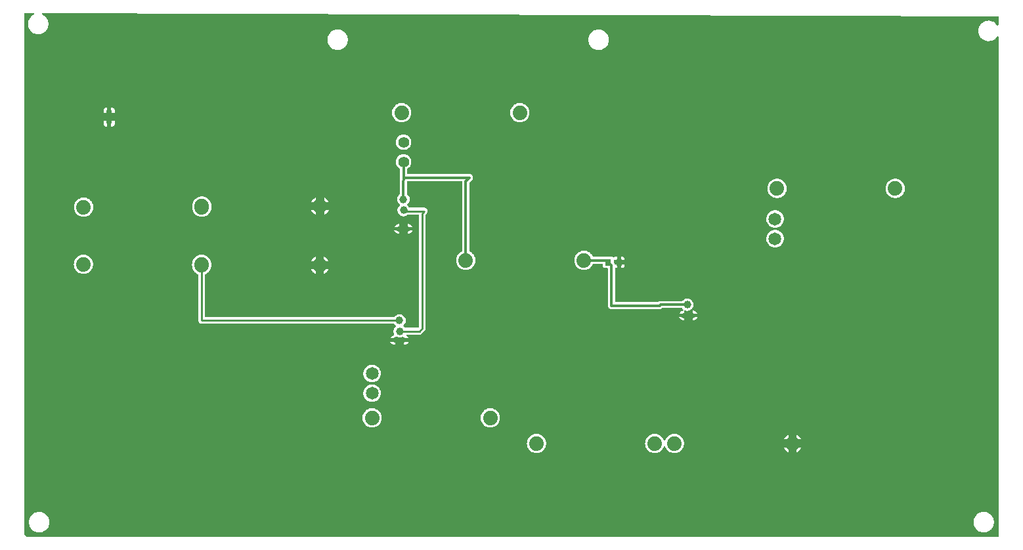
<source format=gbl>
G04 Layer: BottomLayer*
G04 EasyEDA v6.5.50, 2025-05-12 09:01:39*
G04 467dd6194114452b8036c6a5a6649833,7003e7d2a7ba44f9b311faf21ea13ffe,10*
G04 Gerber Generator version 0.2*
G04 Scale: 100 percent, Rotated: No, Reflected: No *
G04 Dimensions in millimeters *
G04 leading zeros omitted , absolute positions ,4 integer and 5 decimal *
%FSLAX45Y45*%
%MOMM*%

%ADD10C,0.3000*%
%ADD11C,0.2540*%
%ADD12R,0.8000X0.9000*%
%ADD13R,0.8000X1.8000*%
%ADD14O,1.8649950000000002X0.6299962*%
%ADD15C,1.4000*%
%ADD16C,1.6510*%
%ADD17C,1.8796*%
%ADD18C,1.8800*%
%ADD19C,1.0000*%
%ADD20C,0.0162*%

%LPD*%
G36*
X804316Y6921500D02*
G01*
X800404Y6922262D01*
X797102Y6924497D01*
X764997Y6956602D01*
X762762Y6959904D01*
X762000Y6963816D01*
X762000Y13664184D01*
X761695Y13665707D01*
X761796Y13670127D01*
X763828Y13674140D01*
X767334Y13676884D01*
X771702Y13677849D01*
X880364Y13677493D01*
X884275Y13676731D01*
X887577Y13674496D01*
X889762Y13671194D01*
X890524Y13667282D01*
X889711Y13663422D01*
X887476Y13660119D01*
X883005Y13657427D01*
X869289Y13649909D01*
X856589Y13640765D01*
X845007Y13630198D01*
X834796Y13618362D01*
X826058Y13605357D01*
X818896Y13591438D01*
X813460Y13576757D01*
X809802Y13561568D01*
X807923Y13546023D01*
X807923Y13530376D01*
X809802Y13514832D01*
X813460Y13499642D01*
X818896Y13484961D01*
X826058Y13471042D01*
X834796Y13458037D01*
X845007Y13446201D01*
X856589Y13435634D01*
X869289Y13426490D01*
X883005Y13418972D01*
X897483Y13413079D01*
X912571Y13408964D01*
X928065Y13406628D01*
X943711Y13406170D01*
X959307Y13407542D01*
X974598Y13410793D01*
X989431Y13415772D01*
X1003553Y13422528D01*
X1016812Y13430859D01*
X1028953Y13440714D01*
X1039876Y13451992D01*
X1049375Y13464387D01*
X1057300Y13477900D01*
X1063599Y13492226D01*
X1068171Y13507161D01*
X1070965Y13522553D01*
X1071880Y13538200D01*
X1070965Y13553846D01*
X1068171Y13569238D01*
X1063599Y13584174D01*
X1057300Y13598499D01*
X1049375Y13612012D01*
X1039876Y13624407D01*
X1028953Y13635685D01*
X1016812Y13645540D01*
X1003553Y13653871D01*
X995324Y13657834D01*
X992174Y13660119D01*
X990142Y13663472D01*
X989533Y13667282D01*
X990396Y13671092D01*
X992632Y13674293D01*
X995883Y13676426D01*
X999693Y13677138D01*
X13312190Y13639850D01*
X13316051Y13639038D01*
X13319353Y13636853D01*
X13321538Y13633551D01*
X13322300Y13629690D01*
X13322300Y13530275D01*
X13321436Y13526211D01*
X13318998Y13522807D01*
X13315391Y13520674D01*
X13311225Y13520166D01*
X13307212Y13521385D01*
X13304062Y13524128D01*
X13295376Y13535507D01*
X13284454Y13546785D01*
X13272312Y13556640D01*
X13259054Y13564971D01*
X13244931Y13571728D01*
X13230098Y13576706D01*
X13214807Y13579957D01*
X13199211Y13581329D01*
X13183565Y13580872D01*
X13168071Y13578535D01*
X13152983Y13574420D01*
X13138505Y13568527D01*
X13124789Y13561009D01*
X13112089Y13551865D01*
X13100507Y13541298D01*
X13090296Y13529462D01*
X13081558Y13516457D01*
X13074396Y13502538D01*
X13068960Y13487857D01*
X13065302Y13472668D01*
X13063423Y13457123D01*
X13063423Y13441476D01*
X13065302Y13425932D01*
X13068960Y13410742D01*
X13074396Y13396061D01*
X13081558Y13382142D01*
X13090296Y13369137D01*
X13100507Y13357301D01*
X13112089Y13346734D01*
X13124789Y13337590D01*
X13138505Y13330072D01*
X13152983Y13324179D01*
X13168071Y13320064D01*
X13183565Y13317728D01*
X13199211Y13317270D01*
X13214807Y13318642D01*
X13230098Y13321893D01*
X13244931Y13326872D01*
X13259054Y13333628D01*
X13272312Y13341959D01*
X13284454Y13351814D01*
X13295376Y13363092D01*
X13304062Y13374471D01*
X13307212Y13377214D01*
X13311225Y13378434D01*
X13315391Y13377926D01*
X13318998Y13375792D01*
X13321436Y13372388D01*
X13322300Y13368324D01*
X13322300Y6935216D01*
X13322604Y6933641D01*
X13322503Y6929170D01*
X13320522Y6925208D01*
X13316966Y6922465D01*
X13312648Y6921500D01*
G37*

%LPC*%
G36*
X956411Y6979970D02*
G01*
X972007Y6981342D01*
X987298Y6984593D01*
X1002131Y6989572D01*
X1016253Y6996328D01*
X1029512Y7004659D01*
X1041653Y7014514D01*
X1052576Y7025792D01*
X1062075Y7038187D01*
X1070000Y7051700D01*
X1076299Y7066025D01*
X1080871Y7080961D01*
X1083665Y7096353D01*
X1084580Y7112000D01*
X1083665Y7127646D01*
X1080871Y7143038D01*
X1076299Y7157974D01*
X1070000Y7172299D01*
X1062075Y7185812D01*
X1052576Y7198207D01*
X1041653Y7209485D01*
X1029512Y7219340D01*
X1016253Y7227671D01*
X1002131Y7234428D01*
X987298Y7239406D01*
X972007Y7242657D01*
X956411Y7244029D01*
X940765Y7243572D01*
X925271Y7241235D01*
X910183Y7237120D01*
X895705Y7231227D01*
X881989Y7223709D01*
X869289Y7214565D01*
X857707Y7203998D01*
X847496Y7192162D01*
X838758Y7179157D01*
X831596Y7165238D01*
X826160Y7150557D01*
X822502Y7135368D01*
X820623Y7119823D01*
X820623Y7104176D01*
X822502Y7088631D01*
X826160Y7073442D01*
X831596Y7058761D01*
X838758Y7044842D01*
X847496Y7031837D01*
X857707Y7020001D01*
X869289Y7009434D01*
X881989Y7000290D01*
X895705Y6992772D01*
X910183Y6986879D01*
X925271Y6982764D01*
X940765Y6980428D01*
G37*
G36*
X13135711Y6979970D02*
G01*
X13151307Y6981342D01*
X13166598Y6984593D01*
X13181431Y6989572D01*
X13195554Y6996328D01*
X13208812Y7004659D01*
X13220954Y7014514D01*
X13231876Y7025792D01*
X13241375Y7038187D01*
X13249300Y7051700D01*
X13255599Y7066025D01*
X13260171Y7080961D01*
X13262965Y7096353D01*
X13263880Y7112000D01*
X13262965Y7127646D01*
X13260171Y7143038D01*
X13255599Y7157974D01*
X13249300Y7172299D01*
X13241375Y7185812D01*
X13231876Y7198207D01*
X13220954Y7209485D01*
X13208812Y7219340D01*
X13195554Y7227671D01*
X13181431Y7234428D01*
X13166598Y7239406D01*
X13151307Y7242657D01*
X13135711Y7244029D01*
X13120065Y7243572D01*
X13104571Y7241235D01*
X13089483Y7237120D01*
X13075005Y7231227D01*
X13061289Y7223709D01*
X13048589Y7214565D01*
X13037007Y7203998D01*
X13026796Y7192162D01*
X13018058Y7179157D01*
X13010896Y7165238D01*
X13005460Y7150557D01*
X13001802Y7135368D01*
X12999923Y7119823D01*
X12999923Y7104176D01*
X13001802Y7088631D01*
X13005460Y7073442D01*
X13010896Y7058761D01*
X13018058Y7044842D01*
X13026796Y7031837D01*
X13037007Y7020001D01*
X13048589Y7009434D01*
X13061289Y7000290D01*
X13075005Y6992772D01*
X13089483Y6986879D01*
X13104571Y6982764D01*
X13120065Y6980428D01*
G37*
G36*
X7366000Y8003540D02*
G01*
X7380986Y8004454D01*
X7395768Y8007146D01*
X7410145Y8011617D01*
X7423861Y8017764D01*
X7436713Y8025587D01*
X7448550Y8034832D01*
X7459167Y8045450D01*
X7468412Y8057286D01*
X7476236Y8070138D01*
X7482382Y8083854D01*
X7486853Y8098231D01*
X7489545Y8113014D01*
X7490459Y8128000D01*
X7489545Y8142986D01*
X7486853Y8157768D01*
X7482382Y8172145D01*
X7476236Y8185861D01*
X7468412Y8198713D01*
X7459167Y8210550D01*
X7448550Y8221167D01*
X7436713Y8230412D01*
X7423861Y8238236D01*
X7410145Y8244382D01*
X7395768Y8248853D01*
X7380986Y8251545D01*
X7366000Y8252459D01*
X7351014Y8251545D01*
X7336231Y8248853D01*
X7321854Y8244382D01*
X7308138Y8238236D01*
X7295286Y8230412D01*
X7283450Y8221167D01*
X7272832Y8210550D01*
X7263587Y8198713D01*
X7255764Y8185861D01*
X7249617Y8172145D01*
X7245146Y8157768D01*
X7242454Y8142986D01*
X7241540Y8128000D01*
X7242454Y8113014D01*
X7245146Y8098231D01*
X7249617Y8083854D01*
X7255764Y8070138D01*
X7263587Y8057286D01*
X7272832Y8045450D01*
X7283450Y8034832D01*
X7295286Y8025587D01*
X7308138Y8017764D01*
X7321854Y8011617D01*
X7336231Y8007146D01*
X7351014Y8004454D01*
G37*
G36*
X8890000Y8003540D02*
G01*
X8904986Y8004454D01*
X8919768Y8007146D01*
X8934145Y8011617D01*
X8947861Y8017764D01*
X8960713Y8025587D01*
X8972550Y8034832D01*
X8983167Y8045450D01*
X8992412Y8057286D01*
X9000236Y8070138D01*
X9006382Y8083854D01*
X9007297Y8086801D01*
X9009380Y8090509D01*
X9012834Y8093049D01*
X9017000Y8093964D01*
X9021165Y8093049D01*
X9024620Y8090509D01*
X9026702Y8086801D01*
X9027617Y8083854D01*
X9033764Y8070138D01*
X9041587Y8057286D01*
X9050832Y8045450D01*
X9061450Y8034832D01*
X9073286Y8025587D01*
X9086138Y8017764D01*
X9099854Y8011617D01*
X9114231Y8007146D01*
X9129014Y8004454D01*
X9144000Y8003540D01*
X9158986Y8004454D01*
X9173768Y8007146D01*
X9188145Y8011617D01*
X9201861Y8017764D01*
X9214713Y8025587D01*
X9226550Y8034832D01*
X9237167Y8045450D01*
X9246412Y8057286D01*
X9254236Y8070138D01*
X9260382Y8083854D01*
X9264853Y8098231D01*
X9267545Y8113014D01*
X9268460Y8128000D01*
X9267545Y8142986D01*
X9264853Y8157768D01*
X9260382Y8172145D01*
X9254236Y8185861D01*
X9246412Y8198713D01*
X9237167Y8210550D01*
X9226550Y8221167D01*
X9214713Y8230412D01*
X9201861Y8238236D01*
X9188145Y8244382D01*
X9173768Y8248853D01*
X9158986Y8251545D01*
X9144000Y8252459D01*
X9129014Y8251545D01*
X9114231Y8248853D01*
X9099854Y8244382D01*
X9086138Y8238236D01*
X9073286Y8230412D01*
X9061450Y8221167D01*
X9050832Y8210550D01*
X9041587Y8198713D01*
X9033764Y8185861D01*
X9027617Y8172145D01*
X9026702Y8169198D01*
X9024620Y8165490D01*
X9021165Y8162950D01*
X9017000Y8162036D01*
X9012834Y8162950D01*
X9009380Y8165490D01*
X9007297Y8169198D01*
X9006382Y8172145D01*
X9000236Y8185861D01*
X8992412Y8198713D01*
X8983167Y8210550D01*
X8972550Y8221167D01*
X8960713Y8230412D01*
X8947861Y8238236D01*
X8934145Y8244382D01*
X8919768Y8248853D01*
X8904986Y8251545D01*
X8890000Y8252459D01*
X8875014Y8251545D01*
X8860231Y8248853D01*
X8845854Y8244382D01*
X8832138Y8238236D01*
X8819286Y8230412D01*
X8807450Y8221167D01*
X8796832Y8210550D01*
X8787587Y8198713D01*
X8779764Y8185861D01*
X8773617Y8172145D01*
X8769146Y8157768D01*
X8766454Y8142986D01*
X8765540Y8128000D01*
X8766454Y8113014D01*
X8769146Y8098231D01*
X8773617Y8083854D01*
X8779764Y8070138D01*
X8787587Y8057286D01*
X8796832Y8045450D01*
X8807450Y8034832D01*
X8819286Y8025587D01*
X8832138Y8017764D01*
X8845854Y8011617D01*
X8860231Y8007146D01*
X8875014Y8004454D01*
G37*
G36*
X10721340Y8015782D02*
G01*
X10725861Y8017764D01*
X10738713Y8025587D01*
X10750550Y8034832D01*
X10761167Y8045450D01*
X10770412Y8057286D01*
X10778236Y8070138D01*
X10780217Y8074659D01*
X10721340Y8074659D01*
G37*
G36*
X10614660Y8015782D02*
G01*
X10614660Y8074659D01*
X10555782Y8074659D01*
X10557764Y8070138D01*
X10565587Y8057286D01*
X10574832Y8045450D01*
X10585450Y8034832D01*
X10597286Y8025587D01*
X10610138Y8017764D01*
G37*
G36*
X10555782Y8181340D02*
G01*
X10614660Y8181340D01*
X10614660Y8240217D01*
X10610138Y8238236D01*
X10597286Y8230412D01*
X10585450Y8221167D01*
X10574832Y8210550D01*
X10565587Y8198713D01*
X10557764Y8185861D01*
G37*
G36*
X10721340Y8181340D02*
G01*
X10780217Y8181340D01*
X10778236Y8185861D01*
X10770412Y8198713D01*
X10761167Y8210550D01*
X10750550Y8221167D01*
X10738713Y8230412D01*
X10725861Y8238236D01*
X10721340Y8240217D01*
G37*
G36*
X5245100Y8333740D02*
G01*
X5260086Y8334654D01*
X5274868Y8337346D01*
X5289245Y8341817D01*
X5302961Y8347964D01*
X5315813Y8355787D01*
X5327650Y8365032D01*
X5338267Y8375650D01*
X5347512Y8387486D01*
X5355336Y8400338D01*
X5361482Y8414054D01*
X5365953Y8428431D01*
X5368645Y8443214D01*
X5369560Y8458200D01*
X5368645Y8473186D01*
X5365953Y8487968D01*
X5361482Y8502345D01*
X5355336Y8516061D01*
X5347512Y8528913D01*
X5338267Y8540750D01*
X5327650Y8551367D01*
X5315813Y8560612D01*
X5302961Y8568436D01*
X5289245Y8574582D01*
X5274868Y8579053D01*
X5260086Y8581745D01*
X5245100Y8582660D01*
X5230114Y8581745D01*
X5215331Y8579053D01*
X5200954Y8574582D01*
X5187238Y8568436D01*
X5174386Y8560612D01*
X5162550Y8551367D01*
X5151932Y8540750D01*
X5142687Y8528913D01*
X5134864Y8516061D01*
X5128717Y8502345D01*
X5124246Y8487968D01*
X5121554Y8473186D01*
X5120640Y8458200D01*
X5121554Y8443214D01*
X5124246Y8428431D01*
X5128717Y8414054D01*
X5134864Y8400338D01*
X5142687Y8387486D01*
X5151932Y8375650D01*
X5162550Y8365032D01*
X5174386Y8355787D01*
X5187238Y8347964D01*
X5200954Y8341817D01*
X5215331Y8337346D01*
X5230114Y8334654D01*
G37*
G36*
X6769100Y8333740D02*
G01*
X6784086Y8334654D01*
X6798868Y8337346D01*
X6813245Y8341817D01*
X6826961Y8347964D01*
X6839813Y8355787D01*
X6851650Y8365032D01*
X6862267Y8375650D01*
X6871512Y8387486D01*
X6879336Y8400338D01*
X6885482Y8414054D01*
X6889953Y8428431D01*
X6892645Y8443214D01*
X6893559Y8458200D01*
X6892645Y8473186D01*
X6889953Y8487968D01*
X6885482Y8502345D01*
X6879336Y8516061D01*
X6871512Y8528913D01*
X6862267Y8540750D01*
X6851650Y8551367D01*
X6839813Y8560612D01*
X6826961Y8568436D01*
X6813245Y8574582D01*
X6798868Y8579053D01*
X6784086Y8581745D01*
X6769100Y8582660D01*
X6754114Y8581745D01*
X6739331Y8579053D01*
X6724954Y8574582D01*
X6711238Y8568436D01*
X6698386Y8560612D01*
X6686550Y8551367D01*
X6675932Y8540750D01*
X6666687Y8528913D01*
X6658864Y8516061D01*
X6652717Y8502345D01*
X6648246Y8487968D01*
X6645554Y8473186D01*
X6644640Y8458200D01*
X6645554Y8443214D01*
X6648246Y8428431D01*
X6652717Y8414054D01*
X6658864Y8400338D01*
X6666687Y8387486D01*
X6675932Y8375650D01*
X6686550Y8365032D01*
X6698386Y8355787D01*
X6711238Y8347964D01*
X6724954Y8341817D01*
X6739331Y8337346D01*
X6754114Y8334654D01*
G37*
G36*
X5245100Y8662670D02*
G01*
X5259578Y8663584D01*
X5273751Y8666378D01*
X5287518Y8670899D01*
X5300573Y8677198D01*
X5312714Y8685123D01*
X5323738Y8694521D01*
X5333492Y8705240D01*
X5341772Y8717127D01*
X5348478Y8729929D01*
X5353456Y8743543D01*
X5356707Y8757666D01*
X5358079Y8772093D01*
X5357622Y8786571D01*
X5355285Y8800846D01*
X5351170Y8814714D01*
X5345328Y8827973D01*
X5337810Y8840368D01*
X5328767Y8851696D01*
X5318353Y8861755D01*
X5306771Y8870442D01*
X5294122Y8877554D01*
X5280710Y8882989D01*
X5266690Y8886647D01*
X5252364Y8888526D01*
X5237835Y8888526D01*
X5223510Y8886647D01*
X5209489Y8882989D01*
X5196078Y8877554D01*
X5183428Y8870442D01*
X5171846Y8861755D01*
X5161432Y8851696D01*
X5152390Y8840368D01*
X5144871Y8827973D01*
X5139029Y8814714D01*
X5134914Y8800846D01*
X5132578Y8786571D01*
X5132120Y8772093D01*
X5133492Y8757666D01*
X5136743Y8743543D01*
X5141722Y8729929D01*
X5148427Y8717127D01*
X5156708Y8705240D01*
X5166461Y8694521D01*
X5177485Y8685123D01*
X5189626Y8677198D01*
X5202682Y8670899D01*
X5216448Y8666378D01*
X5230622Y8663584D01*
G37*
G36*
X5245100Y8916670D02*
G01*
X5259578Y8917584D01*
X5273751Y8920378D01*
X5287518Y8924899D01*
X5300573Y8931198D01*
X5312714Y8939123D01*
X5323738Y8948521D01*
X5333492Y8959240D01*
X5341772Y8971127D01*
X5348478Y8983929D01*
X5353456Y8997543D01*
X5356707Y9011666D01*
X5358079Y9026093D01*
X5357622Y9040571D01*
X5355285Y9054846D01*
X5351170Y9068714D01*
X5345328Y9081973D01*
X5337810Y9094368D01*
X5328767Y9105696D01*
X5318353Y9115755D01*
X5306771Y9124442D01*
X5294122Y9131554D01*
X5280710Y9136989D01*
X5266690Y9140647D01*
X5252364Y9142526D01*
X5237835Y9142526D01*
X5223510Y9140647D01*
X5209489Y9136989D01*
X5196078Y9131554D01*
X5183428Y9124442D01*
X5171846Y9115755D01*
X5161432Y9105696D01*
X5152390Y9094368D01*
X5144871Y9081973D01*
X5139029Y9068714D01*
X5134914Y9054846D01*
X5132578Y9040571D01*
X5132120Y9026093D01*
X5133492Y9011666D01*
X5136743Y8997543D01*
X5141722Y8983929D01*
X5148427Y8971127D01*
X5156708Y8959240D01*
X5166461Y8948521D01*
X5177485Y8939123D01*
X5189626Y8931198D01*
X5202682Y8924899D01*
X5216448Y8920378D01*
X5230622Y8917584D01*
G37*
G36*
X5652109Y9399473D02*
G01*
X5660491Y9399473D01*
X5671108Y9400387D01*
X5681014Y9402876D01*
X5690412Y9406991D01*
X5698947Y9412579D01*
X5706516Y9419539D01*
X5712764Y9427616D01*
X5717641Y9436608D01*
X5718606Y9439402D01*
X5652109Y9439402D01*
G37*
G36*
X5537809Y9399473D02*
G01*
X5546191Y9399473D01*
X5546191Y9439402D01*
X5479694Y9439402D01*
X5480659Y9436608D01*
X5485536Y9427616D01*
X5491784Y9419539D01*
X5499354Y9412579D01*
X5507888Y9406991D01*
X5517286Y9402876D01*
X5527192Y9400387D01*
G37*
G36*
X5479694Y9483598D02*
G01*
X5546191Y9483598D01*
X5546191Y9496806D01*
X5547004Y9500819D01*
X5549290Y9504172D01*
X5552744Y9506305D01*
X5556808Y9506966D01*
X5560720Y9505950D01*
X5571286Y9500870D01*
X5582767Y9497314D01*
X5594705Y9495536D01*
X5606694Y9495536D01*
X5618632Y9497314D01*
X5630113Y9500870D01*
X5637580Y9504476D01*
X5641492Y9505492D01*
X5645556Y9504832D01*
X5649010Y9502648D01*
X5651296Y9499295D01*
X5652109Y9495332D01*
X5652109Y9483598D01*
X5718606Y9483598D01*
X5717641Y9486392D01*
X5712764Y9495383D01*
X5706516Y9503460D01*
X5698947Y9510420D01*
X5693562Y9513925D01*
X5690565Y9516973D01*
X5689092Y9521037D01*
X5689396Y9525355D01*
X5691479Y9529114D01*
X5694934Y9531654D01*
X5699150Y9532569D01*
X5856325Y9532620D01*
X5864606Y9533788D01*
X5872124Y9536328D01*
X5879084Y9540189D01*
X5885586Y9545574D01*
X5924499Y9584537D01*
X5929477Y9591192D01*
X5933033Y9598304D01*
X5935218Y9605975D01*
X5936030Y9614357D01*
X5936030Y11077702D01*
X5936792Y11081562D01*
X5938977Y11084864D01*
X5948426Y11094313D01*
X5953810Y11100816D01*
X5957671Y11107775D01*
X5960211Y11115294D01*
X5961329Y11123218D01*
X5960973Y11131143D01*
X5959144Y11138916D01*
X5955893Y11146180D01*
X5951423Y11152784D01*
X5945784Y11158423D01*
X5939180Y11162893D01*
X5931916Y11166144D01*
X5924042Y11167973D01*
X5917844Y11168430D01*
X5732424Y11168430D01*
X5728970Y11169040D01*
X5725871Y11170767D01*
X5723636Y11173510D01*
X5717997Y11183213D01*
X5710478Y11192662D01*
X5701487Y11200993D01*
X5699048Y11204397D01*
X5698236Y11208461D01*
X5699048Y11212525D01*
X5701487Y11215928D01*
X5708954Y11222837D01*
X5716473Y11232286D01*
X5722467Y11242700D01*
X5726887Y11253876D01*
X5729579Y11265611D01*
X5730443Y11277600D01*
X5729579Y11289588D01*
X5726887Y11301323D01*
X5722467Y11312499D01*
X5716473Y11322913D01*
X5708954Y11332362D01*
X5697778Y11342776D01*
X5696254Y11345722D01*
X5695696Y11348974D01*
X5696204Y11501374D01*
X5696966Y11505234D01*
X5699201Y11508536D01*
X5702452Y11510721D01*
X5706364Y11511483D01*
X6398818Y11511483D01*
X6402679Y11510721D01*
X6405981Y11508536D01*
X6408166Y11505234D01*
X6408978Y11501323D01*
X6408978Y10612526D01*
X6408216Y10608716D01*
X6406134Y10605516D01*
X6402984Y10603280D01*
X6396634Y10600436D01*
X6383782Y10592612D01*
X6371945Y10583367D01*
X6361277Y10572750D01*
X6352032Y10560913D01*
X6344259Y10548061D01*
X6338062Y10534345D01*
X6333591Y10519968D01*
X6330899Y10505186D01*
X6329984Y10490200D01*
X6330899Y10475214D01*
X6333591Y10460431D01*
X6338062Y10446054D01*
X6344259Y10432338D01*
X6352032Y10419486D01*
X6361277Y10407650D01*
X6371945Y10397032D01*
X6383782Y10387787D01*
X6396634Y10379964D01*
X6410350Y10373817D01*
X6424676Y10369346D01*
X6439458Y10366654D01*
X6454444Y10365740D01*
X6469481Y10366654D01*
X6484264Y10369346D01*
X6498590Y10373817D01*
X6512306Y10379964D01*
X6525158Y10387787D01*
X6536994Y10397032D01*
X6547612Y10407650D01*
X6556908Y10419486D01*
X6564680Y10432338D01*
X6570827Y10446054D01*
X6575298Y10460431D01*
X6578041Y10475214D01*
X6578955Y10490200D01*
X6578041Y10505186D01*
X6575298Y10519968D01*
X6570827Y10534345D01*
X6564680Y10548061D01*
X6556908Y10560913D01*
X6547612Y10572750D01*
X6536994Y10583367D01*
X6525158Y10592612D01*
X6512306Y10600436D01*
X6505956Y10603280D01*
X6502806Y10605516D01*
X6500723Y10608716D01*
X6499961Y10612526D01*
X6499961Y11486032D01*
X6500774Y11489893D01*
X6502958Y11493195D01*
X6534251Y11524488D01*
X6539890Y11531295D01*
X6544005Y11538661D01*
X6546646Y11546586D01*
X6547815Y11554917D01*
X6547408Y11563299D01*
X6545529Y11571427D01*
X6542125Y11579098D01*
X6537401Y11586057D01*
X6531457Y11592001D01*
X6524498Y11596725D01*
X6516827Y11600129D01*
X6508546Y11602059D01*
X6502044Y11602516D01*
X5706719Y11602516D01*
X5702808Y11603278D01*
X5699506Y11605514D01*
X5697321Y11608816D01*
X5696559Y11612676D01*
X5696712Y11664696D01*
X5697321Y11668099D01*
X5699048Y11671147D01*
X5701690Y11673382D01*
X5708345Y11677345D01*
X5718911Y11685676D01*
X5728258Y11695328D01*
X5736183Y11706148D01*
X5742635Y11717883D01*
X5747461Y11730431D01*
X5750610Y11743486D01*
X5751931Y11756847D01*
X5751474Y11770258D01*
X5749239Y11783517D01*
X5745276Y11796318D01*
X5739638Y11808510D01*
X5732373Y11819788D01*
X5723737Y11830050D01*
X5713780Y11839041D01*
X5702706Y11846661D01*
X5690717Y11852706D01*
X5678068Y11857126D01*
X5664911Y11859768D01*
X5651500Y11860682D01*
X5638088Y11859768D01*
X5624931Y11857126D01*
X5612282Y11852706D01*
X5600293Y11846661D01*
X5589219Y11839041D01*
X5579262Y11830050D01*
X5570626Y11819788D01*
X5563362Y11808510D01*
X5557723Y11796318D01*
X5553760Y11783517D01*
X5551525Y11770258D01*
X5551068Y11756847D01*
X5552440Y11743486D01*
X5555538Y11730431D01*
X5560364Y11717883D01*
X5566816Y11706148D01*
X5574741Y11695328D01*
X5584088Y11685676D01*
X5594654Y11677345D01*
X5600700Y11673738D01*
X5603392Y11671503D01*
X5605119Y11668455D01*
X5605678Y11665000D01*
X5604713Y11349177D01*
X5604154Y11345976D01*
X5602630Y11343081D01*
X5590997Y11332362D01*
X5583478Y11322913D01*
X5577484Y11312499D01*
X5573064Y11301323D01*
X5570372Y11289588D01*
X5569508Y11277600D01*
X5570372Y11265611D01*
X5573064Y11253876D01*
X5577484Y11242700D01*
X5583478Y11232286D01*
X5590997Y11222837D01*
X5599988Y11214506D01*
X5602427Y11211102D01*
X5603240Y11207038D01*
X5602427Y11202974D01*
X5599988Y11199571D01*
X5592521Y11192662D01*
X5585002Y11183213D01*
X5579008Y11172799D01*
X5574588Y11161623D01*
X5571896Y11149888D01*
X5571032Y11137900D01*
X5571896Y11125911D01*
X5574588Y11114176D01*
X5579008Y11103000D01*
X5585002Y11092586D01*
X5592521Y11083137D01*
X5601309Y11074958D01*
X5611266Y11068202D01*
X5622086Y11062970D01*
X5633567Y11059414D01*
X5645505Y11057636D01*
X5657494Y11057636D01*
X5669432Y11059414D01*
X5680913Y11062970D01*
X5691733Y11068202D01*
X5701690Y11074958D01*
X5706313Y11079276D01*
X5709513Y11081308D01*
X5713222Y11081969D01*
X5839409Y11081969D01*
X5843320Y11081207D01*
X5846622Y11079022D01*
X5848807Y11075720D01*
X5849569Y11071809D01*
X5849569Y9635998D01*
X5848807Y9632137D01*
X5846622Y9628835D01*
X5839764Y9621977D01*
X5836462Y9619792D01*
X5832602Y9619030D01*
X5673801Y9619030D01*
X5670804Y9619437D01*
X5668060Y9620758D01*
X5665825Y9622840D01*
X5659678Y9630562D01*
X5650687Y9638944D01*
X5648248Y9642297D01*
X5647436Y9646361D01*
X5648248Y9650425D01*
X5650687Y9653828D01*
X5658154Y9660737D01*
X5665622Y9670186D01*
X5671667Y9680600D01*
X5676036Y9691776D01*
X5678728Y9703511D01*
X5679643Y9715500D01*
X5678728Y9727488D01*
X5676036Y9739223D01*
X5671667Y9750399D01*
X5665622Y9760813D01*
X5658154Y9770262D01*
X5649315Y9778441D01*
X5639409Y9785197D01*
X5628538Y9790430D01*
X5617057Y9793986D01*
X5605170Y9795764D01*
X5593130Y9795764D01*
X5581243Y9793986D01*
X5569762Y9790430D01*
X5558891Y9785197D01*
X5548985Y9778441D01*
X5540146Y9770262D01*
X5533999Y9762540D01*
X5531764Y9760458D01*
X5529072Y9759137D01*
X5526074Y9758730D01*
X3101390Y9758730D01*
X3097479Y9759492D01*
X3094177Y9761677D01*
X3091992Y9764979D01*
X3091230Y9768890D01*
X3091230Y10303306D01*
X3091942Y10307116D01*
X3094024Y10310368D01*
X3097174Y10312603D01*
X3105861Y10316464D01*
X3118713Y10324287D01*
X3130550Y10333532D01*
X3141167Y10344150D01*
X3150412Y10355986D01*
X3158236Y10368838D01*
X3164382Y10382554D01*
X3168853Y10396931D01*
X3171545Y10411714D01*
X3172460Y10426700D01*
X3172104Y10433659D01*
X3172460Y10439400D01*
X3171545Y10454386D01*
X3168853Y10469168D01*
X3164382Y10483545D01*
X3158236Y10497261D01*
X3150412Y10510113D01*
X3141167Y10521950D01*
X3130550Y10532567D01*
X3118713Y10541812D01*
X3105861Y10549636D01*
X3092145Y10555782D01*
X3077768Y10560253D01*
X3062986Y10562945D01*
X3048000Y10563860D01*
X3033014Y10562945D01*
X3018231Y10560253D01*
X3003854Y10555782D01*
X2990138Y10549636D01*
X2977286Y10541812D01*
X2965450Y10532567D01*
X2954832Y10521950D01*
X2945587Y10510113D01*
X2937764Y10497261D01*
X2931617Y10483545D01*
X2927146Y10469168D01*
X2924454Y10454386D01*
X2923540Y10439400D01*
X2923895Y10432440D01*
X2923540Y10426700D01*
X2924454Y10411714D01*
X2927146Y10396931D01*
X2931617Y10382554D01*
X2937764Y10368838D01*
X2945587Y10355986D01*
X2954832Y10344150D01*
X2965450Y10333532D01*
X2977286Y10324287D01*
X2990138Y10316464D01*
X2998825Y10312603D01*
X3001975Y10310368D01*
X3004058Y10307116D01*
X3004769Y10303306D01*
X3004769Y9715754D01*
X3004972Y9711537D01*
X3005531Y9707575D01*
X3006445Y9703663D01*
X3007715Y9699904D01*
X3009341Y9696246D01*
X3011271Y9692741D01*
X3013506Y9689490D01*
X3016097Y9686391D01*
X3018891Y9683597D01*
X3021990Y9681006D01*
X3025241Y9678771D01*
X3028746Y9676841D01*
X3032404Y9675215D01*
X3036163Y9673945D01*
X3040075Y9673031D01*
X3044037Y9672472D01*
X3048254Y9672269D01*
X5526074Y9672269D01*
X5529072Y9671862D01*
X5531764Y9670542D01*
X5533999Y9668459D01*
X5540146Y9660737D01*
X5549188Y9652355D01*
X5551576Y9649002D01*
X5552440Y9644938D01*
X5551576Y9640874D01*
X5549188Y9637471D01*
X5541721Y9630562D01*
X5534202Y9621113D01*
X5528208Y9610699D01*
X5523788Y9599523D01*
X5521096Y9587788D01*
X5520232Y9575800D01*
X5521096Y9563811D01*
X5523788Y9552076D01*
X5528208Y9540900D01*
X5530545Y9536785D01*
X5531764Y9533280D01*
X5531662Y9529572D01*
X5530240Y9526117D01*
X5527649Y9523425D01*
X5524246Y9521901D01*
X5517286Y9520123D01*
X5507888Y9516008D01*
X5499354Y9510420D01*
X5491784Y9503460D01*
X5485536Y9495383D01*
X5480659Y9486392D01*
G37*
G36*
X9376105Y9716973D02*
G01*
X9384436Y9716973D01*
X9395053Y9717887D01*
X9405010Y9720376D01*
X9414357Y9724491D01*
X9422942Y9730079D01*
X9430461Y9737039D01*
X9436760Y9745116D01*
X9441637Y9754108D01*
X9442602Y9756902D01*
X9376105Y9756902D01*
G37*
G36*
X9261805Y9716973D02*
G01*
X9270136Y9716973D01*
X9270136Y9756902D01*
X9203639Y9756902D01*
X9204604Y9754108D01*
X9209481Y9745116D01*
X9215780Y9737039D01*
X9223298Y9730079D01*
X9231884Y9724491D01*
X9241231Y9720376D01*
X9251188Y9717887D01*
G37*
G36*
X9376105Y9801098D02*
G01*
X9442602Y9801098D01*
X9441637Y9803892D01*
X9436760Y9812883D01*
X9430461Y9820960D01*
X9422942Y9827920D01*
X9414357Y9833508D01*
X9405010Y9837623D01*
X9395053Y9840112D01*
X9384436Y9841026D01*
X9376105Y9841026D01*
G37*
G36*
X9203639Y9801098D02*
G01*
X9270136Y9801098D01*
X9270136Y9832949D01*
X9270847Y9836658D01*
X9272879Y9839858D01*
X9275876Y9842093D01*
X9279534Y9843109D01*
X9283293Y9842652D01*
X9291167Y9840214D01*
X9303105Y9838436D01*
X9315094Y9838436D01*
X9327032Y9840214D01*
X9338513Y9843770D01*
X9349333Y9849002D01*
X9360154Y9856470D01*
X9368078Y9863937D01*
X9375597Y9873386D01*
X9381591Y9883800D01*
X9386011Y9894976D01*
X9388703Y9906711D01*
X9389567Y9918700D01*
X9388703Y9930688D01*
X9386011Y9942423D01*
X9381591Y9953599D01*
X9375597Y9964013D01*
X9368078Y9973462D01*
X9359290Y9981641D01*
X9349333Y9988397D01*
X9338513Y9993630D01*
X9327032Y9997186D01*
X9315094Y9998964D01*
X9303105Y9998964D01*
X9291167Y9997186D01*
X9279686Y9993630D01*
X9268866Y9988397D01*
X9258909Y9981641D01*
X9250121Y9973462D01*
X9245803Y9968026D01*
X9243568Y9965994D01*
X9240824Y9964674D01*
X9237827Y9964216D01*
X8964472Y9964166D01*
X8955786Y9962946D01*
X8947708Y9960254D01*
X8942374Y9957409D01*
X8937244Y9953548D01*
X8934348Y9952024D01*
X8931097Y9951516D01*
X8386876Y9951516D01*
X8382965Y9952278D01*
X8379663Y9954463D01*
X8377478Y9957765D01*
X8376716Y9961676D01*
X8376716Y10379405D01*
X8377580Y10383520D01*
X8380069Y10386923D01*
X8383676Y10389057D01*
X8387842Y10389514D01*
X8389975Y10389311D01*
X8403132Y10389311D01*
X8403132Y10435945D01*
X8381796Y10435945D01*
X8378291Y10436606D01*
X8375192Y10438384D01*
X8372957Y10441178D01*
X8368639Y10448848D01*
X8364677Y10453878D01*
X8362848Y10455808D01*
X8360714Y10459059D01*
X8360003Y10462869D01*
X8360003Y10483494D01*
X8360765Y10487355D01*
X8362950Y10490657D01*
X8366252Y10492892D01*
X8370163Y10493654D01*
X8403132Y10493654D01*
X8403132Y10540288D01*
X8389975Y10540288D01*
X8383524Y10539679D01*
X8377783Y10537952D01*
X8372551Y10535107D01*
X8367318Y10530586D01*
X8363813Y10527893D01*
X8359444Y10526877D01*
X8355126Y10527893D01*
X8346389Y10535107D01*
X8341156Y10537952D01*
X8335416Y10539679D01*
X8328964Y10540288D01*
X8249970Y10540288D01*
X8243519Y10539679D01*
X8237829Y10537952D01*
X8233562Y10536021D01*
X8231124Y10535716D01*
X8100822Y10535716D01*
X8097012Y10536428D01*
X8093760Y10538561D01*
X8091525Y10541711D01*
X8088680Y10548061D01*
X8080908Y10560913D01*
X8071612Y10572750D01*
X8060994Y10583367D01*
X8049158Y10592612D01*
X8036306Y10600436D01*
X8022590Y10606582D01*
X8008264Y10611053D01*
X7993481Y10613745D01*
X7978444Y10614660D01*
X7963458Y10613745D01*
X7948675Y10611053D01*
X7934350Y10606582D01*
X7920634Y10600436D01*
X7907781Y10592612D01*
X7895945Y10583367D01*
X7885277Y10572750D01*
X7876031Y10560913D01*
X7868259Y10548061D01*
X7862062Y10534345D01*
X7857591Y10519968D01*
X7854899Y10505186D01*
X7853984Y10490200D01*
X7854899Y10475214D01*
X7857591Y10460431D01*
X7862062Y10446054D01*
X7868259Y10432338D01*
X7876031Y10419486D01*
X7885277Y10407650D01*
X7895945Y10397032D01*
X7907781Y10387787D01*
X7920634Y10379964D01*
X7934350Y10373817D01*
X7948675Y10369346D01*
X7963458Y10366654D01*
X7978444Y10365740D01*
X7993481Y10366654D01*
X8008264Y10369346D01*
X8022590Y10373817D01*
X8036306Y10379964D01*
X8049158Y10387787D01*
X8060994Y10397032D01*
X8071612Y10407650D01*
X8080908Y10419486D01*
X8088680Y10432338D01*
X8091525Y10438688D01*
X8093760Y10441838D01*
X8097012Y10443972D01*
X8100822Y10444683D01*
X8208822Y10444683D01*
X8212683Y10443921D01*
X8215985Y10441736D01*
X8218220Y10438434D01*
X8218982Y10434523D01*
X8218982Y10420299D01*
X8219592Y10413847D01*
X8221319Y10408158D01*
X8224164Y10402874D01*
X8227923Y10398252D01*
X8232546Y10394492D01*
X8237829Y10391648D01*
X8243519Y10389920D01*
X8249970Y10389311D01*
X8275523Y10389311D01*
X8279434Y10388498D01*
X8282736Y10386314D01*
X8284921Y10383012D01*
X8285683Y10379151D01*
X8285683Y9906254D01*
X8285886Y9901783D01*
X8286496Y9897618D01*
X8287461Y9893554D01*
X8288781Y9889540D01*
X8290458Y9885730D01*
X8292541Y9882073D01*
X8294878Y9878568D01*
X8297570Y9875367D01*
X8300567Y9872370D01*
X8303768Y9869678D01*
X8307273Y9867341D01*
X8310930Y9865258D01*
X8314740Y9863582D01*
X8318753Y9862261D01*
X8322818Y9861296D01*
X8326983Y9860686D01*
X8331453Y9860483D01*
X8955227Y9860534D01*
X8963914Y9861753D01*
X8971991Y9864445D01*
X8977325Y9867290D01*
X8982456Y9871151D01*
X8985351Y9872675D01*
X8988602Y9873183D01*
X9237827Y9873183D01*
X9240824Y9872726D01*
X9243568Y9871405D01*
X9245803Y9869373D01*
X9250121Y9863937D01*
X9256877Y9857689D01*
X9259366Y9854133D01*
X9260128Y9849815D01*
X9259062Y9845649D01*
X9256318Y9842296D01*
X9252407Y9840366D01*
X9241231Y9837623D01*
X9231884Y9833508D01*
X9223298Y9827920D01*
X9215780Y9820960D01*
X9209481Y9812883D01*
X9204604Y9803892D01*
G37*
G36*
X4625340Y10314482D02*
G01*
X4629861Y10316464D01*
X4642713Y10324287D01*
X4654550Y10333532D01*
X4665167Y10344150D01*
X4674412Y10355986D01*
X4682236Y10368838D01*
X4684217Y10373360D01*
X4625340Y10373360D01*
G37*
G36*
X4518660Y10314482D02*
G01*
X4518660Y10373360D01*
X4459782Y10373360D01*
X4461764Y10368838D01*
X4469587Y10355986D01*
X4478832Y10344150D01*
X4489450Y10333532D01*
X4501286Y10324287D01*
X4514138Y10316464D01*
G37*
G36*
X1524000Y10314940D02*
G01*
X1538986Y10315854D01*
X1553768Y10318546D01*
X1568145Y10323017D01*
X1581861Y10329164D01*
X1594713Y10336987D01*
X1606550Y10346232D01*
X1617167Y10356850D01*
X1626412Y10368686D01*
X1634236Y10381538D01*
X1640382Y10395254D01*
X1644853Y10409631D01*
X1647545Y10424414D01*
X1648460Y10439400D01*
X1647545Y10454386D01*
X1644853Y10469168D01*
X1640382Y10483545D01*
X1634236Y10497261D01*
X1626412Y10510113D01*
X1617167Y10521950D01*
X1606550Y10532567D01*
X1594713Y10541812D01*
X1581861Y10549636D01*
X1568145Y10555782D01*
X1553768Y10560253D01*
X1538986Y10562945D01*
X1524000Y10563860D01*
X1509014Y10562945D01*
X1494231Y10560253D01*
X1479854Y10555782D01*
X1466138Y10549636D01*
X1453286Y10541812D01*
X1441450Y10532567D01*
X1430832Y10521950D01*
X1421587Y10510113D01*
X1413764Y10497261D01*
X1407617Y10483545D01*
X1403146Y10469168D01*
X1400454Y10454386D01*
X1399540Y10439400D01*
X1400454Y10424414D01*
X1403146Y10409631D01*
X1407617Y10395254D01*
X1413764Y10381538D01*
X1421587Y10368686D01*
X1430832Y10356850D01*
X1441450Y10346232D01*
X1453286Y10336987D01*
X1466138Y10329164D01*
X1479854Y10323017D01*
X1494231Y10318546D01*
X1509014Y10315854D01*
G37*
G36*
X8455812Y10389311D02*
G01*
X8468969Y10389311D01*
X8475421Y10389920D01*
X8481110Y10391648D01*
X8486394Y10394492D01*
X8491016Y10398252D01*
X8494776Y10402874D01*
X8497620Y10408158D01*
X8499348Y10413847D01*
X8499957Y10420299D01*
X8499957Y10435945D01*
X8455812Y10435945D01*
G37*
G36*
X4459782Y10480040D02*
G01*
X4518660Y10480040D01*
X4518660Y10538917D01*
X4514138Y10536936D01*
X4501286Y10529112D01*
X4489450Y10519867D01*
X4478832Y10509250D01*
X4469587Y10497413D01*
X4461764Y10484561D01*
G37*
G36*
X4625340Y10480040D02*
G01*
X4684217Y10480040D01*
X4682236Y10484561D01*
X4674412Y10497413D01*
X4665167Y10509250D01*
X4654550Y10519867D01*
X4642713Y10529112D01*
X4629861Y10536936D01*
X4625340Y10538917D01*
G37*
G36*
X8455812Y10493654D02*
G01*
X8499957Y10493654D01*
X8499957Y10509300D01*
X8499348Y10515752D01*
X8497620Y10521442D01*
X8494776Y10526725D01*
X8491016Y10531348D01*
X8486394Y10535107D01*
X8481110Y10537952D01*
X8475421Y10539679D01*
X8468969Y10540288D01*
X8455812Y10540288D01*
G37*
G36*
X10435031Y10656773D02*
G01*
X10449509Y10656773D01*
X10463885Y10658652D01*
X10477906Y10662310D01*
X10491317Y10667746D01*
X10503916Y10674858D01*
X10515549Y10683544D01*
X10525963Y10693603D01*
X10534954Y10704931D01*
X10542473Y10717326D01*
X10548366Y10730585D01*
X10552480Y10744454D01*
X10554766Y10758728D01*
X10555224Y10773206D01*
X10553852Y10787634D01*
X10550652Y10801756D01*
X10545622Y10815370D01*
X10538917Y10828172D01*
X10530636Y10840059D01*
X10520883Y10850778D01*
X10509859Y10860176D01*
X10497718Y10868101D01*
X10484662Y10874400D01*
X10470946Y10878921D01*
X10456722Y10881715D01*
X10442244Y10882630D01*
X10427817Y10881715D01*
X10413593Y10878921D01*
X10399826Y10874400D01*
X10386822Y10868101D01*
X10374680Y10860176D01*
X10363606Y10850778D01*
X10353903Y10840059D01*
X10345623Y10828172D01*
X10338917Y10815370D01*
X10333888Y10801756D01*
X10330688Y10787634D01*
X10329265Y10773206D01*
X10329773Y10758728D01*
X10332059Y10744454D01*
X10336174Y10730585D01*
X10342067Y10717326D01*
X10349534Y10704931D01*
X10358577Y10693603D01*
X10368991Y10683544D01*
X10380624Y10674858D01*
X10393222Y10667746D01*
X10406634Y10662310D01*
X10420654Y10658652D01*
G37*
G36*
X5588609Y10834573D02*
G01*
X5596991Y10834573D01*
X5596991Y10874502D01*
X5530494Y10874502D01*
X5531459Y10871708D01*
X5536336Y10862716D01*
X5542584Y10854639D01*
X5550154Y10847679D01*
X5558688Y10842091D01*
X5568086Y10837976D01*
X5577992Y10835487D01*
G37*
G36*
X5702909Y10834573D02*
G01*
X5711291Y10834573D01*
X5721908Y10835487D01*
X5731814Y10837976D01*
X5741212Y10842091D01*
X5749747Y10847679D01*
X5757316Y10854639D01*
X5763564Y10862716D01*
X5768441Y10871708D01*
X5769406Y10874502D01*
X5702909Y10874502D01*
G37*
G36*
X10435031Y10910773D02*
G01*
X10449509Y10910773D01*
X10463885Y10912652D01*
X10477906Y10916310D01*
X10491317Y10921746D01*
X10503916Y10928858D01*
X10515549Y10937544D01*
X10525963Y10947603D01*
X10534954Y10958931D01*
X10542473Y10971326D01*
X10548366Y10984585D01*
X10552480Y10998454D01*
X10554766Y11012728D01*
X10555224Y11027206D01*
X10553852Y11041634D01*
X10550652Y11055756D01*
X10545622Y11069370D01*
X10538917Y11082172D01*
X10530636Y11094059D01*
X10520883Y11104778D01*
X10509859Y11114176D01*
X10497718Y11122101D01*
X10484662Y11128400D01*
X10470946Y11132921D01*
X10456722Y11135715D01*
X10442244Y11136630D01*
X10427817Y11135715D01*
X10413593Y11132921D01*
X10399826Y11128400D01*
X10386822Y11122101D01*
X10374680Y11114176D01*
X10363606Y11104778D01*
X10353903Y11094059D01*
X10345623Y11082172D01*
X10338917Y11069370D01*
X10333888Y11055756D01*
X10330688Y11041634D01*
X10329265Y11027206D01*
X10329773Y11012728D01*
X10332059Y10998454D01*
X10336174Y10984585D01*
X10342067Y10971326D01*
X10349534Y10958931D01*
X10358577Y10947603D01*
X10368991Y10937544D01*
X10380624Y10928858D01*
X10393222Y10921746D01*
X10406634Y10916310D01*
X10420654Y10912652D01*
G37*
G36*
X5530494Y10918698D02*
G01*
X5596991Y10918698D01*
X5596991Y10958626D01*
X5588609Y10958626D01*
X5577992Y10957712D01*
X5568086Y10955223D01*
X5558688Y10951108D01*
X5550154Y10945520D01*
X5542584Y10938560D01*
X5536336Y10930483D01*
X5531459Y10921492D01*
G37*
G36*
X5702909Y10918698D02*
G01*
X5769406Y10918698D01*
X5768441Y10921492D01*
X5763564Y10930483D01*
X5757316Y10938560D01*
X5749747Y10945520D01*
X5741212Y10951108D01*
X5731814Y10955223D01*
X5721908Y10957712D01*
X5711291Y10958626D01*
X5702909Y10958626D01*
G37*
G36*
X1526844Y11051540D02*
G01*
X1541881Y11052454D01*
X1556664Y11055146D01*
X1570990Y11059617D01*
X1584706Y11065764D01*
X1597558Y11073587D01*
X1609394Y11082832D01*
X1620012Y11093450D01*
X1629308Y11105286D01*
X1637080Y11118138D01*
X1643227Y11131854D01*
X1647698Y11146231D01*
X1650441Y11161014D01*
X1651355Y11176000D01*
X1650441Y11190986D01*
X1647698Y11205768D01*
X1643227Y11220145D01*
X1637080Y11233861D01*
X1629308Y11246713D01*
X1620012Y11258550D01*
X1609394Y11269167D01*
X1597558Y11278412D01*
X1584706Y11286236D01*
X1570990Y11292382D01*
X1556664Y11296853D01*
X1541881Y11299545D01*
X1526844Y11300460D01*
X1511858Y11299545D01*
X1497076Y11296853D01*
X1482750Y11292382D01*
X1469034Y11286236D01*
X1456182Y11278412D01*
X1444345Y11269167D01*
X1433677Y11258550D01*
X1424432Y11246713D01*
X1416659Y11233861D01*
X1410462Y11220145D01*
X1405991Y11205768D01*
X1403299Y11190986D01*
X1402384Y11176000D01*
X1403299Y11161014D01*
X1405991Y11146231D01*
X1410462Y11131854D01*
X1416659Y11118138D01*
X1424432Y11105286D01*
X1433677Y11093450D01*
X1444345Y11082832D01*
X1456182Y11073587D01*
X1469034Y11065764D01*
X1482750Y11059617D01*
X1497076Y11055146D01*
X1511858Y11052454D01*
G37*
G36*
X3050844Y11051540D02*
G01*
X3065881Y11052454D01*
X3080664Y11055146D01*
X3094990Y11059617D01*
X3108706Y11065764D01*
X3121558Y11073587D01*
X3133394Y11082832D01*
X3144012Y11093450D01*
X3153308Y11105286D01*
X3161080Y11118138D01*
X3167227Y11131854D01*
X3171698Y11146231D01*
X3174441Y11161014D01*
X3175355Y11176000D01*
X3175000Y11182959D01*
X3175355Y11188700D01*
X3174441Y11203686D01*
X3171698Y11218468D01*
X3167227Y11232845D01*
X3161080Y11246561D01*
X3153308Y11259413D01*
X3144012Y11271250D01*
X3133394Y11281867D01*
X3121558Y11291112D01*
X3108706Y11298936D01*
X3094990Y11305082D01*
X3080664Y11309553D01*
X3065881Y11312245D01*
X3050844Y11313160D01*
X3035858Y11312245D01*
X3021076Y11309553D01*
X3006750Y11305082D01*
X2993034Y11298936D01*
X2980182Y11291112D01*
X2968345Y11281867D01*
X2957677Y11271250D01*
X2948432Y11259413D01*
X2940659Y11246561D01*
X2934462Y11232845D01*
X2929991Y11218468D01*
X2927299Y11203686D01*
X2926384Y11188700D01*
X2926740Y11181740D01*
X2926384Y11176000D01*
X2927299Y11161014D01*
X2929991Y11146231D01*
X2934462Y11131854D01*
X2940659Y11118138D01*
X2948432Y11105286D01*
X2957677Y11093450D01*
X2968345Y11082832D01*
X2980182Y11073587D01*
X2993034Y11065764D01*
X3006750Y11059617D01*
X3021076Y11055146D01*
X3035858Y11052454D01*
G37*
G36*
X4628235Y11076432D02*
G01*
X4632756Y11078464D01*
X4645609Y11086236D01*
X4657445Y11095482D01*
X4668062Y11106150D01*
X4677359Y11117935D01*
X4685131Y11130838D01*
X4687163Y11135309D01*
X4628235Y11135309D01*
G37*
G36*
X4521555Y11076432D02*
G01*
X4521555Y11135309D01*
X4462627Y11135309D01*
X4464659Y11130838D01*
X4472432Y11117935D01*
X4481728Y11106150D01*
X4492345Y11095482D01*
X4504182Y11086236D01*
X4517034Y11078464D01*
G37*
G36*
X4462627Y11242040D02*
G01*
X4521555Y11242040D01*
X4521555Y11300917D01*
X4517034Y11298885D01*
X4504182Y11291112D01*
X4492345Y11281867D01*
X4481728Y11271250D01*
X4472432Y11259413D01*
X4464659Y11246510D01*
G37*
G36*
X4628235Y11242040D02*
G01*
X4687163Y11242040D01*
X4685131Y11246510D01*
X4677359Y11259413D01*
X4668062Y11271250D01*
X4657445Y11281867D01*
X4645609Y11291112D01*
X4632756Y11298885D01*
X4628235Y11300917D01*
G37*
G36*
X11991644Y11292840D02*
G01*
X12006681Y11293754D01*
X12021464Y11296446D01*
X12035790Y11300917D01*
X12049506Y11307064D01*
X12062358Y11314887D01*
X12074194Y11324132D01*
X12084812Y11334750D01*
X12094108Y11346586D01*
X12101880Y11359438D01*
X12108027Y11373154D01*
X12112498Y11387531D01*
X12115241Y11402314D01*
X12116155Y11417300D01*
X12115241Y11432286D01*
X12112498Y11447068D01*
X12108027Y11461445D01*
X12101880Y11475161D01*
X12094108Y11488013D01*
X12084812Y11499850D01*
X12074194Y11510467D01*
X12062358Y11519712D01*
X12049506Y11527536D01*
X12035790Y11533682D01*
X12021464Y11538153D01*
X12006681Y11540845D01*
X11991644Y11541760D01*
X11976658Y11540845D01*
X11961876Y11538153D01*
X11947550Y11533682D01*
X11933834Y11527536D01*
X11920982Y11519712D01*
X11909145Y11510467D01*
X11898477Y11499850D01*
X11889232Y11488013D01*
X11881459Y11475161D01*
X11875262Y11461445D01*
X11870791Y11447068D01*
X11868099Y11432286D01*
X11867184Y11417300D01*
X11868099Y11402314D01*
X11870791Y11387531D01*
X11875262Y11373154D01*
X11881459Y11359438D01*
X11889232Y11346586D01*
X11898477Y11334750D01*
X11909145Y11324132D01*
X11920982Y11314887D01*
X11933834Y11307064D01*
X11947550Y11300917D01*
X11961876Y11296446D01*
X11976658Y11293754D01*
G37*
G36*
X10467644Y11292840D02*
G01*
X10482681Y11293754D01*
X10497464Y11296446D01*
X10511790Y11300917D01*
X10525506Y11307064D01*
X10538358Y11314887D01*
X10550194Y11324132D01*
X10560812Y11334750D01*
X10570108Y11346586D01*
X10577880Y11359438D01*
X10584027Y11373154D01*
X10588498Y11387531D01*
X10591241Y11402314D01*
X10592155Y11417300D01*
X10591241Y11432286D01*
X10588498Y11447068D01*
X10584027Y11461445D01*
X10577880Y11475161D01*
X10570108Y11488013D01*
X10560812Y11499850D01*
X10550194Y11510467D01*
X10538358Y11519712D01*
X10525506Y11527536D01*
X10511790Y11533682D01*
X10497464Y11538153D01*
X10482681Y11540845D01*
X10467644Y11541760D01*
X10452658Y11540845D01*
X10437876Y11538153D01*
X10423550Y11533682D01*
X10409834Y11527536D01*
X10396982Y11519712D01*
X10385145Y11510467D01*
X10374477Y11499850D01*
X10365232Y11488013D01*
X10357459Y11475161D01*
X10351262Y11461445D01*
X10346791Y11447068D01*
X10344099Y11432286D01*
X10343184Y11417300D01*
X10344099Y11402314D01*
X10346791Y11387531D01*
X10351262Y11373154D01*
X10357459Y11359438D01*
X10365232Y11346586D01*
X10374477Y11334750D01*
X10385145Y11324132D01*
X10396982Y11314887D01*
X10409834Y11307064D01*
X10423550Y11300917D01*
X10437876Y11296446D01*
X10452658Y11293754D01*
G37*
G36*
X5644794Y11913920D02*
G01*
X5658205Y11913920D01*
X5671515Y11915749D01*
X5684469Y11919254D01*
X5696813Y11924538D01*
X5708345Y11931345D01*
X5718911Y11939676D01*
X5728258Y11949328D01*
X5736183Y11960148D01*
X5742635Y11971883D01*
X5747461Y11984431D01*
X5750610Y11997486D01*
X5751931Y12010847D01*
X5751474Y12024258D01*
X5749239Y12037517D01*
X5745276Y12050318D01*
X5739638Y12062510D01*
X5732373Y12073788D01*
X5723737Y12084050D01*
X5713780Y12093041D01*
X5702706Y12100661D01*
X5690717Y12106706D01*
X5678068Y12111126D01*
X5664911Y12113768D01*
X5651500Y12114682D01*
X5638088Y12113768D01*
X5624931Y12111126D01*
X5612282Y12106706D01*
X5600293Y12100661D01*
X5589219Y12093041D01*
X5579262Y12084050D01*
X5570626Y12073788D01*
X5563362Y12062510D01*
X5557723Y12050318D01*
X5553760Y12037517D01*
X5551525Y12024258D01*
X5551068Y12010847D01*
X5552440Y11997486D01*
X5555538Y11984431D01*
X5560364Y11971883D01*
X5566816Y11960148D01*
X5574741Y11949328D01*
X5584088Y11939676D01*
X5594654Y11931345D01*
X5606186Y11924538D01*
X5618530Y11919254D01*
X5631484Y11915749D01*
G37*
G36*
X1882393Y12216485D02*
G01*
X1895551Y12216485D01*
X1902002Y12217146D01*
X1907743Y12218873D01*
X1912975Y12221667D01*
X1917598Y12225477D01*
X1921408Y12230100D01*
X1924202Y12235332D01*
X1925929Y12241072D01*
X1926589Y12247524D01*
X1926589Y12285675D01*
X1882393Y12285675D01*
G37*
G36*
X1816557Y12216485D02*
G01*
X1829714Y12216485D01*
X1829714Y12285675D01*
X1785569Y12285675D01*
X1785569Y12247524D01*
X1786178Y12241072D01*
X1787906Y12235332D01*
X1790750Y12230100D01*
X1794510Y12225477D01*
X1799132Y12221667D01*
X1804416Y12218873D01*
X1810105Y12217146D01*
G37*
G36*
X7150100Y12270740D02*
G01*
X7165086Y12271654D01*
X7179868Y12274346D01*
X7194245Y12278817D01*
X7207961Y12284964D01*
X7220813Y12292787D01*
X7232650Y12302032D01*
X7243267Y12312650D01*
X7252512Y12324486D01*
X7260336Y12337338D01*
X7266482Y12351054D01*
X7270953Y12365431D01*
X7273645Y12380214D01*
X7274559Y12395200D01*
X7273645Y12410186D01*
X7270953Y12424968D01*
X7266482Y12439345D01*
X7260336Y12453061D01*
X7252512Y12465913D01*
X7243267Y12477750D01*
X7232650Y12488367D01*
X7220813Y12497612D01*
X7207961Y12505436D01*
X7194245Y12511582D01*
X7179868Y12516053D01*
X7165086Y12518745D01*
X7150100Y12519660D01*
X7135114Y12518745D01*
X7120331Y12516053D01*
X7105954Y12511582D01*
X7092238Y12505436D01*
X7079386Y12497612D01*
X7067550Y12488367D01*
X7056932Y12477750D01*
X7047687Y12465913D01*
X7039864Y12453061D01*
X7033717Y12439345D01*
X7029246Y12424968D01*
X7026554Y12410186D01*
X7025640Y12395200D01*
X7026554Y12380214D01*
X7029246Y12365431D01*
X7033717Y12351054D01*
X7039864Y12337338D01*
X7047687Y12324486D01*
X7056932Y12312650D01*
X7067550Y12302032D01*
X7079386Y12292787D01*
X7092238Y12284964D01*
X7105954Y12278817D01*
X7120331Y12274346D01*
X7135114Y12271654D01*
G37*
G36*
X5626100Y12270740D02*
G01*
X5641086Y12271654D01*
X5655868Y12274346D01*
X5670245Y12278817D01*
X5683961Y12284964D01*
X5696813Y12292787D01*
X5708650Y12302032D01*
X5719267Y12312650D01*
X5728512Y12324486D01*
X5736336Y12337338D01*
X5742482Y12351054D01*
X5746953Y12365431D01*
X5749645Y12380214D01*
X5750560Y12395200D01*
X5749645Y12410186D01*
X5746953Y12424968D01*
X5742482Y12439345D01*
X5736336Y12453061D01*
X5728512Y12465913D01*
X5719267Y12477750D01*
X5708650Y12488367D01*
X5696813Y12497612D01*
X5683961Y12505436D01*
X5670245Y12511582D01*
X5655868Y12516053D01*
X5641086Y12518745D01*
X5626100Y12519660D01*
X5611114Y12518745D01*
X5596331Y12516053D01*
X5581954Y12511582D01*
X5568238Y12505436D01*
X5555386Y12497612D01*
X5543550Y12488367D01*
X5532932Y12477750D01*
X5523687Y12465913D01*
X5515864Y12453061D01*
X5509717Y12439345D01*
X5505246Y12424968D01*
X5502554Y12410186D01*
X5501640Y12395200D01*
X5502554Y12380214D01*
X5505246Y12365431D01*
X5509717Y12351054D01*
X5515864Y12337338D01*
X5523687Y12324486D01*
X5532932Y12312650D01*
X5543550Y12302032D01*
X5555386Y12292787D01*
X5568238Y12284964D01*
X5581954Y12278817D01*
X5596331Y12274346D01*
X5611114Y12271654D01*
G37*
G36*
X1882393Y12388342D02*
G01*
X1926589Y12388342D01*
X1926589Y12426492D01*
X1925929Y12432944D01*
X1924202Y12438684D01*
X1921408Y12443917D01*
X1917598Y12448540D01*
X1912975Y12452350D01*
X1907743Y12455144D01*
X1902002Y12456871D01*
X1895551Y12457531D01*
X1882393Y12457531D01*
G37*
G36*
X1785569Y12388342D02*
G01*
X1829714Y12388342D01*
X1829714Y12457531D01*
X1816557Y12457531D01*
X1810105Y12456871D01*
X1804416Y12455144D01*
X1799132Y12452350D01*
X1794510Y12448540D01*
X1790750Y12443917D01*
X1787906Y12438684D01*
X1786178Y12432944D01*
X1785569Y12426492D01*
G37*
G36*
X8170011Y13202970D02*
G01*
X8185607Y13204342D01*
X8200898Y13207593D01*
X8215731Y13212572D01*
X8229853Y13219328D01*
X8243112Y13227659D01*
X8255253Y13237514D01*
X8266175Y13248792D01*
X8275675Y13261187D01*
X8283600Y13274700D01*
X8289899Y13289026D01*
X8294471Y13303961D01*
X8297265Y13319353D01*
X8298180Y13335000D01*
X8297265Y13350646D01*
X8294471Y13366038D01*
X8289899Y13380974D01*
X8283600Y13395299D01*
X8275675Y13408812D01*
X8266175Y13421207D01*
X8255253Y13432485D01*
X8243112Y13442340D01*
X8229853Y13450671D01*
X8215731Y13457428D01*
X8200898Y13462406D01*
X8185607Y13465657D01*
X8170011Y13467029D01*
X8154365Y13466572D01*
X8138871Y13464235D01*
X8123783Y13460120D01*
X8109305Y13454227D01*
X8095589Y13446709D01*
X8082889Y13437565D01*
X8071307Y13426998D01*
X8061096Y13415162D01*
X8052358Y13402157D01*
X8045196Y13388238D01*
X8039760Y13373557D01*
X8036102Y13358368D01*
X8034223Y13342823D01*
X8034223Y13327176D01*
X8036102Y13311632D01*
X8039760Y13296442D01*
X8045196Y13281761D01*
X8052358Y13267842D01*
X8061096Y13254837D01*
X8071307Y13243001D01*
X8082889Y13232434D01*
X8095589Y13223290D01*
X8109305Y13215772D01*
X8123783Y13209879D01*
X8138871Y13205764D01*
X8154365Y13203428D01*
G37*
G36*
X4804511Y13202970D02*
G01*
X4820107Y13204342D01*
X4835398Y13207593D01*
X4850231Y13212572D01*
X4864354Y13219328D01*
X4877612Y13227659D01*
X4889754Y13237514D01*
X4900676Y13248792D01*
X4910175Y13261187D01*
X4918100Y13274700D01*
X4924399Y13289026D01*
X4928971Y13303961D01*
X4931765Y13319353D01*
X4932680Y13335000D01*
X4931765Y13350646D01*
X4928971Y13366038D01*
X4924399Y13380974D01*
X4918100Y13395299D01*
X4910175Y13408812D01*
X4900676Y13421207D01*
X4889754Y13432485D01*
X4877612Y13442340D01*
X4864354Y13450671D01*
X4850231Y13457428D01*
X4835398Y13462406D01*
X4820107Y13465657D01*
X4804511Y13467029D01*
X4788865Y13466572D01*
X4773371Y13464235D01*
X4758283Y13460120D01*
X4743805Y13454227D01*
X4730089Y13446709D01*
X4717389Y13437565D01*
X4705807Y13426998D01*
X4695596Y13415162D01*
X4686858Y13402157D01*
X4679696Y13388238D01*
X4674260Y13373557D01*
X4670602Y13358368D01*
X4668723Y13342823D01*
X4668723Y13327176D01*
X4670602Y13311632D01*
X4674260Y13296442D01*
X4679696Y13281761D01*
X4686858Y13267842D01*
X4695596Y13254837D01*
X4705807Y13243001D01*
X4717389Y13232434D01*
X4730089Y13223290D01*
X4743805Y13215772D01*
X4758283Y13209879D01*
X4773371Y13205764D01*
X4788865Y13203428D01*
G37*

%LPD*%
D10*
X5650892Y11567576D02*
G01*
X5661469Y11557000D01*
X6502400Y11557000D01*
X6454470Y11509070D01*
X6454470Y10490200D01*
X5651500Y11760200D02*
G01*
X5649975Y11277600D01*
X8953500Y9906000D02*
G01*
X8966200Y9918700D01*
X9309100Y9918700D01*
X8289467Y10464800D02*
G01*
X8331200Y10423067D01*
X8331200Y9906000D01*
X8953500Y9906000D01*
X8289467Y10464800D02*
G01*
X8264067Y10490200D01*
X7978470Y10490200D01*
D11*
X5651500Y11137900D02*
G01*
X5664200Y11125200D01*
X5918200Y11125200D01*
X5892800Y11099800D01*
X5892800Y9613900D01*
X5854700Y9575800D01*
X5600700Y9575800D01*
X3048000Y10439400D02*
G01*
X3048000Y9715500D01*
X5599150Y9715500D01*
D12*
G01*
X8429472Y10464800D03*
G01*
X8289467Y10464800D03*
D13*
G01*
X1856079Y12337008D03*
D14*
G01*
X5649950Y10896600D03*
G01*
X9323120Y9779000D03*
G01*
X5599150Y9461500D03*
D15*
G01*
X5651500Y12014200D03*
G01*
X5651500Y11760200D03*
D16*
G01*
X5245100Y8775700D03*
G01*
X5245100Y9029700D03*
G01*
X10442270Y11023600D03*
G01*
X10442270Y10769600D03*
D17*
G01*
X1526870Y11176000D03*
G01*
X3050870Y11176000D03*
G01*
X3050870Y11188700D03*
D18*
G01*
X4574895Y11188674D03*
D17*
G01*
X1524000Y10439400D03*
G01*
X3048000Y10439400D03*
G01*
X3048000Y10426700D03*
G01*
X4572000Y10426700D03*
G01*
X6454470Y10490200D03*
G01*
X7978470Y10490200D03*
G01*
X7366000Y8128000D03*
G01*
X8890000Y8128000D03*
G01*
X9144000Y8128000D03*
G01*
X10668000Y8128000D03*
G01*
X5245100Y8458200D03*
G01*
X6769100Y8458200D03*
G01*
X5626100Y12395200D03*
G01*
X7150100Y12395200D03*
G01*
X10467670Y11417300D03*
G01*
X11991670Y11417300D03*
D19*
G01*
X5599150Y9715500D03*
G01*
X5649975Y11277600D03*
G01*
X5651500Y11137900D03*
G01*
X5600700Y9575800D03*
G01*
X9309100Y9918700D03*
M02*

</source>
